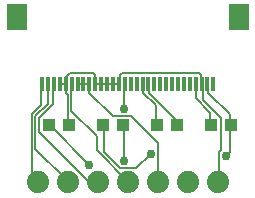
<source format=gbr>
G04 EAGLE Gerber RS-274X export*
G75*
%MOMM*%
%FSLAX34Y34*%
%LPD*%
%INTop Copper*%
%IPPOS*%
%AMOC8*
5,1,8,0,0,1.08239X$1,22.5*%
G01*
%ADD10R,0.300000X1.300000*%
%ADD11R,1.800000X2.200000*%
%ADD12R,1.100000X1.000000*%
%ADD13C,1.879600*%
%ADD14C,0.152400*%
%ADD15C,0.756400*%


D10*
X191880Y103300D03*
X186880Y103300D03*
X181880Y103300D03*
X176880Y103300D03*
X171880Y103300D03*
X166880Y103300D03*
X161880Y103300D03*
X156880Y103300D03*
X151880Y103300D03*
X146880Y103300D03*
X141880Y103300D03*
X136880Y103300D03*
X131880Y103300D03*
X126880Y103300D03*
X121880Y103300D03*
X116880Y103300D03*
X111880Y103300D03*
X106880Y103300D03*
X101880Y103300D03*
X96880Y103300D03*
X91880Y103300D03*
X86880Y103300D03*
X81880Y103300D03*
X76880Y103300D03*
X71880Y103300D03*
X66880Y103300D03*
X61880Y103300D03*
X56880Y103300D03*
X51880Y103300D03*
X46880Y103300D03*
D11*
X213380Y159800D03*
X25380Y159800D03*
D12*
X115180Y68580D03*
X98180Y68580D03*
X52460Y68580D03*
X69460Y68580D03*
X189620Y68580D03*
X206620Y68580D03*
X160900Y68580D03*
X143900Y68580D03*
D13*
X195580Y20320D03*
X170180Y20320D03*
X144780Y20320D03*
X119380Y20320D03*
X93980Y20320D03*
X68580Y20320D03*
X43180Y20320D03*
D14*
X205740Y68580D02*
X205740Y77724D01*
X187452Y96012D01*
X187452Y102108D01*
X186880Y103300D01*
X86868Y35052D02*
X53340Y68580D01*
X52460Y68580D01*
X115824Y68580D02*
X115824Y38100D01*
X115824Y68580D02*
X115180Y68580D01*
X115824Y82296D02*
X115824Y102108D01*
X116880Y103300D01*
X205740Y68580D02*
X205740Y45720D01*
X202692Y42672D01*
X205740Y68580D02*
X206620Y68580D01*
D15*
X86868Y35052D03*
X115824Y38100D03*
X115824Y82296D03*
X202692Y42672D03*
D14*
X68580Y68580D02*
X68580Y94488D01*
X67056Y96012D01*
X67056Y102108D01*
X68580Y68580D02*
X69460Y68580D01*
X67056Y102108D02*
X66880Y103300D01*
X65532Y103632D02*
X62484Y103632D01*
X61880Y103300D01*
X65532Y103632D02*
X66880Y103300D01*
X92964Y103632D02*
X96012Y103632D01*
X92964Y103632D02*
X91880Y103300D01*
X96012Y103632D02*
X96880Y103300D01*
X97536Y103632D02*
X100584Y103632D01*
X101880Y103300D01*
X97536Y103632D02*
X96880Y103300D01*
X108204Y103632D02*
X111252Y103632D01*
X108204Y103632D02*
X106880Y103300D01*
X111252Y103632D02*
X111880Y103300D01*
X181356Y103632D02*
X181356Y111252D01*
X179832Y112776D01*
X114300Y112776D01*
X112776Y111252D01*
X112776Y103632D01*
X181356Y103632D02*
X181880Y103300D01*
X112776Y103632D02*
X111880Y103300D01*
X106680Y103632D02*
X102108Y103632D01*
X101880Y103300D01*
X106680Y103632D02*
X106880Y103300D01*
X67056Y103632D02*
X67056Y109728D01*
X70104Y112776D01*
X89916Y112776D01*
X91440Y111252D01*
X91440Y103632D01*
X67056Y103632D02*
X66880Y103300D01*
X91440Y103632D02*
X91880Y103300D01*
X99060Y68580D02*
X99060Y45720D01*
X112776Y32004D01*
X126492Y32004D01*
X138684Y44196D01*
X99060Y68580D02*
X98180Y68580D01*
X182880Y89916D02*
X182880Y102108D01*
X182880Y89916D02*
X198120Y74676D01*
X198120Y47244D01*
X196596Y45720D01*
X196596Y21336D01*
X182880Y102108D02*
X181880Y103300D01*
X196596Y21336D02*
X195580Y20320D01*
D15*
X138684Y44196D03*
D14*
X45720Y85344D02*
X45720Y102108D01*
X45720Y85344D02*
X38100Y77724D01*
X38100Y25908D01*
X42672Y21336D01*
X45720Y102108D02*
X46880Y103300D01*
X42672Y21336D02*
X43180Y20320D01*
X77724Y103632D02*
X80772Y103632D01*
X77724Y103632D02*
X76880Y103300D01*
X80772Y103632D02*
X81880Y103300D01*
X82296Y103632D02*
X86868Y103632D01*
X86880Y103300D01*
X82296Y103632D02*
X81880Y103300D01*
X86868Y102108D02*
X86868Y96012D01*
X106680Y76200D01*
X121920Y76200D01*
X144780Y53340D01*
X144780Y20320D01*
X86868Y102108D02*
X86880Y103300D01*
X71628Y102108D02*
X71628Y80772D01*
X92964Y59436D01*
X92964Y47244D01*
X118872Y21336D01*
X71628Y102108D02*
X71880Y103300D01*
X118872Y21336D02*
X119380Y20320D01*
X56388Y86868D02*
X56388Y102108D01*
X56388Y86868D02*
X44196Y74676D01*
X44196Y62484D01*
X85344Y21336D01*
X92964Y21336D01*
X56388Y102108D02*
X56880Y103300D01*
X92964Y21336D02*
X93980Y20320D01*
X188976Y68580D02*
X188976Y79248D01*
X176784Y91440D01*
X176784Y102108D01*
X188976Y68580D02*
X189620Y68580D01*
X176784Y102108D02*
X176880Y103300D01*
X143256Y85344D02*
X143256Y68580D01*
X143256Y85344D02*
X132588Y96012D01*
X132588Y102108D01*
X143256Y68580D02*
X143900Y68580D01*
X132588Y102108D02*
X131880Y103300D01*
X160020Y73152D02*
X160020Y68580D01*
X160020Y73152D02*
X137160Y96012D01*
X137160Y102108D01*
X160020Y68580D02*
X160900Y68580D01*
X137160Y102108D02*
X136880Y103300D01*
X51816Y102108D02*
X51816Y86868D01*
X41148Y76200D01*
X41148Y48768D01*
X68580Y21336D01*
X51816Y102108D02*
X51880Y103300D01*
X68580Y21336D02*
X68580Y20320D01*
M02*

</source>
